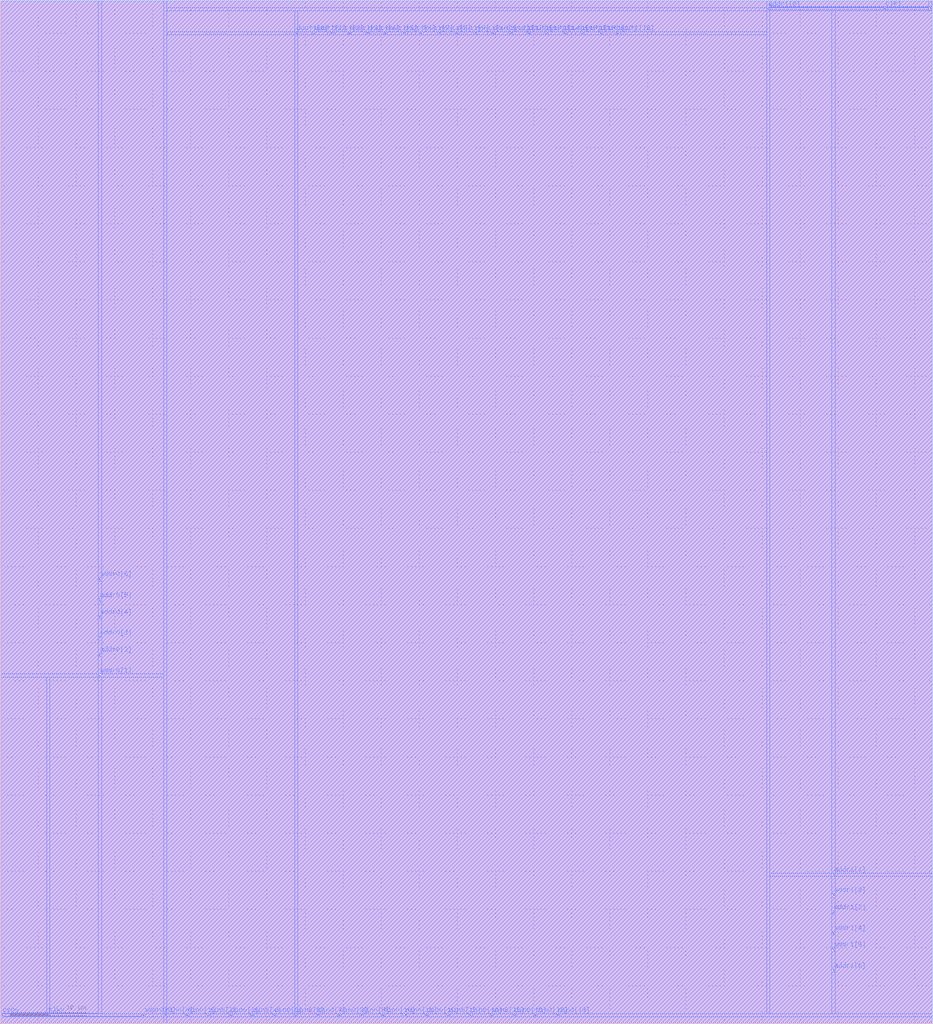
<source format=lef>
VERSION 5.4 ;
NAMESCASESENSITIVE ON ;
BUSBITCHARS "[]" ;
DIVIDERCHAR "/" ;
UNITS
  DATABASE MICRONS 2000 ;
END UNITS
MACRO sram_0rw1r1w_19_128_freepdk45
   CLASS BLOCK ;
   SIZE 122.45 BY 134.37 ;
   SYMMETRY X Y R90 ;
   PIN din0[0]
      DIRECTION INPUT ;
      PORT
         LAYER metal3 ;
         RECT  21.6 1.0375 21.735 1.1725 ;
      END
   END din0[0]
   PIN din0[1]
      DIRECTION INPUT ;
      PORT
         LAYER metal3 ;
         RECT  24.46 1.0375 24.595 1.1725 ;
      END
   END din0[1]
   PIN din0[2]
      DIRECTION INPUT ;
      PORT
         LAYER metal3 ;
         RECT  27.32 1.0375 27.455 1.1725 ;
      END
   END din0[2]
   PIN din0[3]
      DIRECTION INPUT ;
      PORT
         LAYER metal3 ;
         RECT  30.18 1.0375 30.315 1.1725 ;
      END
   END din0[3]
   PIN din0[4]
      DIRECTION INPUT ;
      PORT
         LAYER metal3 ;
         RECT  33.04 1.0375 33.175 1.1725 ;
      END
   END din0[4]
   PIN din0[5]
      DIRECTION INPUT ;
      PORT
         LAYER metal3 ;
         RECT  35.9 1.0375 36.035 1.1725 ;
      END
   END din0[5]
   PIN din0[6]
      DIRECTION INPUT ;
      PORT
         LAYER metal3 ;
         RECT  38.76 1.0375 38.895 1.1725 ;
      END
   END din0[6]
   PIN din0[7]
      DIRECTION INPUT ;
      PORT
         LAYER metal3 ;
         RECT  41.62 1.0375 41.755 1.1725 ;
      END
   END din0[7]
   PIN din0[8]
      DIRECTION INPUT ;
      PORT
         LAYER metal3 ;
         RECT  44.48 1.0375 44.615 1.1725 ;
      END
   END din0[8]
   PIN din0[9]
      DIRECTION INPUT ;
      PORT
         LAYER metal3 ;
         RECT  47.34 1.0375 47.475 1.1725 ;
      END
   END din0[9]
   PIN din0[10]
      DIRECTION INPUT ;
      PORT
         LAYER metal3 ;
         RECT  50.2 1.0375 50.335 1.1725 ;
      END
   END din0[10]
   PIN din0[11]
      DIRECTION INPUT ;
      PORT
         LAYER metal3 ;
         RECT  53.06 1.0375 53.195 1.1725 ;
      END
   END din0[11]
   PIN din0[12]
      DIRECTION INPUT ;
      PORT
         LAYER metal3 ;
         RECT  55.92 1.0375 56.055 1.1725 ;
      END
   END din0[12]
   PIN din0[13]
      DIRECTION INPUT ;
      PORT
         LAYER metal3 ;
         RECT  58.78 1.0375 58.915 1.1725 ;
      END
   END din0[13]
   PIN din0[14]
      DIRECTION INPUT ;
      PORT
         LAYER metal3 ;
         RECT  61.64 1.0375 61.775 1.1725 ;
      END
   END din0[14]
   PIN din0[15]
      DIRECTION INPUT ;
      PORT
         LAYER metal3 ;
         RECT  64.5 1.0375 64.635 1.1725 ;
      END
   END din0[15]
   PIN din0[16]
      DIRECTION INPUT ;
      PORT
         LAYER metal3 ;
         RECT  67.36 1.0375 67.495 1.1725 ;
      END
   END din0[16]
   PIN din0[17]
      DIRECTION INPUT ;
      PORT
         LAYER metal3 ;
         RECT  70.22 1.0375 70.355 1.1725 ;
      END
   END din0[17]
   PIN din0[18]
      DIRECTION INPUT ;
      PORT
         LAYER metal3 ;
         RECT  73.08 1.0375 73.215 1.1725 ;
      END
   END din0[18]
   PIN addr0[0]
      DIRECTION INPUT ;
      PORT
         LAYER metal3 ;
         RECT  18.74 1.0375 18.875 1.1725 ;
      END
   END addr0[0]
   PIN addr0[1]
      DIRECTION INPUT ;
      PORT
         LAYER metal3 ;
         RECT  13.02 45.6275 13.155 45.7625 ;
      END
   END addr0[1]
   PIN addr0[2]
      DIRECTION INPUT ;
      PORT
         LAYER metal3 ;
         RECT  13.02 48.3575 13.155 48.4925 ;
      END
   END addr0[2]
   PIN addr0[3]
      DIRECTION INPUT ;
      PORT
         LAYER metal3 ;
         RECT  13.02 50.5675 13.155 50.7025 ;
      END
   END addr0[3]
   PIN addr0[4]
      DIRECTION INPUT ;
      PORT
         LAYER metal3 ;
         RECT  13.02 53.2975 13.155 53.4325 ;
      END
   END addr0[4]
   PIN addr0[5]
      DIRECTION INPUT ;
      PORT
         LAYER metal3 ;
         RECT  13.02 55.5075 13.155 55.6425 ;
      END
   END addr0[5]
   PIN addr0[6]
      DIRECTION INPUT ;
      PORT
         LAYER metal3 ;
         RECT  13.02 58.2375 13.155 58.3725 ;
      END
   END addr0[6]
   PIN addr1[0]
      DIRECTION INPUT ;
      PORT
         LAYER metal3 ;
         RECT  100.715 133.0575 100.85 133.1925 ;
      END
   END addr1[0]
   PIN addr1[1]
      DIRECTION INPUT ;
      PORT
         LAYER metal3 ;
         RECT  109.295 19.4975 109.43 19.6325 ;
      END
   END addr1[1]
   PIN addr1[2]
      DIRECTION INPUT ;
      PORT
         LAYER metal3 ;
         RECT  109.295 16.7675 109.43 16.9025 ;
      END
   END addr1[2]
   PIN addr1[3]
      DIRECTION INPUT ;
      PORT
         LAYER metal3 ;
         RECT  109.295 14.5575 109.43 14.6925 ;
      END
   END addr1[3]
   PIN addr1[4]
      DIRECTION INPUT ;
      PORT
         LAYER metal3 ;
         RECT  109.295 11.8275 109.43 11.9625 ;
      END
   END addr1[4]
   PIN addr1[5]
      DIRECTION INPUT ;
      PORT
         LAYER metal3 ;
         RECT  109.295 9.6175 109.43 9.7525 ;
      END
   END addr1[5]
   PIN addr1[6]
      DIRECTION INPUT ;
      PORT
         LAYER metal3 ;
         RECT  109.295 6.8875 109.43 7.0225 ;
      END
   END addr1[6]
   PIN csb0
      DIRECTION INPUT ;
      PORT
         LAYER metal3 ;
         RECT  0.285 1.0375 0.42 1.1725 ;
      END
   END csb0
   PIN csb1
      DIRECTION INPUT ;
      PORT
         LAYER metal3 ;
         RECT  122.03 133.1975 122.165 133.3325 ;
      END
   END csb1
   PIN clk0
      DIRECTION INPUT ;
      PORT
         LAYER metal3 ;
         RECT  6.2475 1.1225 6.3825 1.2575 ;
      END
   END clk0
   PIN clk1
      DIRECTION INPUT ;
      PORT
         LAYER metal3 ;
         RECT  116.0675 133.1125 116.2025 133.2475 ;
      END
   END clk1
   PIN dout1[0]
      DIRECTION OUTPUT ;
      PORT
         LAYER metal3 ;
         RECT  38.765 129.95 38.9 130.085 ;
      END
   END dout1[0]
   PIN dout1[1]
      DIRECTION OUTPUT ;
      PORT
         LAYER metal3 ;
         RECT  41.115 129.95 41.25 130.085 ;
      END
   END dout1[1]
   PIN dout1[2]
      DIRECTION OUTPUT ;
      PORT
         LAYER metal3 ;
         RECT  43.465 129.95 43.6 130.085 ;
      END
   END dout1[2]
   PIN dout1[3]
      DIRECTION OUTPUT ;
      PORT
         LAYER metal3 ;
         RECT  45.815 129.95 45.95 130.085 ;
      END
   END dout1[3]
   PIN dout1[4]
      DIRECTION OUTPUT ;
      PORT
         LAYER metal3 ;
         RECT  48.165 129.95 48.3 130.085 ;
      END
   END dout1[4]
   PIN dout1[5]
      DIRECTION OUTPUT ;
      PORT
         LAYER metal3 ;
         RECT  50.515 129.95 50.65 130.085 ;
      END
   END dout1[5]
   PIN dout1[6]
      DIRECTION OUTPUT ;
      PORT
         LAYER metal3 ;
         RECT  52.865 129.95 53.0 130.085 ;
      END
   END dout1[6]
   PIN dout1[7]
      DIRECTION OUTPUT ;
      PORT
         LAYER metal3 ;
         RECT  55.215 129.95 55.35 130.085 ;
      END
   END dout1[7]
   PIN dout1[8]
      DIRECTION OUTPUT ;
      PORT
         LAYER metal3 ;
         RECT  57.565 129.95 57.7 130.085 ;
      END
   END dout1[8]
   PIN dout1[9]
      DIRECTION OUTPUT ;
      PORT
         LAYER metal3 ;
         RECT  59.915 129.95 60.05 130.085 ;
      END
   END dout1[9]
   PIN dout1[10]
      DIRECTION OUTPUT ;
      PORT
         LAYER metal3 ;
         RECT  62.265 129.95 62.4 130.085 ;
      END
   END dout1[10]
   PIN dout1[11]
      DIRECTION OUTPUT ;
      PORT
         LAYER metal3 ;
         RECT  64.615 129.95 64.75 130.085 ;
      END
   END dout1[11]
   PIN dout1[12]
      DIRECTION OUTPUT ;
      PORT
         LAYER metal3 ;
         RECT  66.965 129.95 67.1 130.085 ;
      END
   END dout1[12]
   PIN dout1[13]
      DIRECTION OUTPUT ;
      PORT
         LAYER metal3 ;
         RECT  69.315 129.95 69.45 130.085 ;
      END
   END dout1[13]
   PIN dout1[14]
      DIRECTION OUTPUT ;
      PORT
         LAYER metal3 ;
         RECT  71.665 129.95 71.8 130.085 ;
      END
   END dout1[14]
   PIN dout1[15]
      DIRECTION OUTPUT ;
      PORT
         LAYER metal3 ;
         RECT  74.015 129.95 74.15 130.085 ;
      END
   END dout1[15]
   PIN dout1[16]
      DIRECTION OUTPUT ;
      PORT
         LAYER metal3 ;
         RECT  76.365 129.95 76.5 130.085 ;
      END
   END dout1[16]
   PIN dout1[17]
      DIRECTION OUTPUT ;
      PORT
         LAYER metal3 ;
         RECT  78.715 129.95 78.85 130.085 ;
      END
   END dout1[17]
   PIN dout1[18]
      DIRECTION OUTPUT ;
      PORT
         LAYER metal3 ;
         RECT  81.065 129.95 81.2 130.085 ;
      END
   END dout1[18]
   PIN vdd
      DIRECTION INOUT ;
      USE POWER ; 
      SHAPE ABUTMENT ; 
      PORT
      END
   END vdd
   PIN gnd
      DIRECTION INOUT ;
      USE GROUND ; 
      SHAPE ABUTMENT ; 
      PORT
      END
   END gnd
   OBS
   LAYER  metal1 ;
      RECT  0.14 0.14 122.31 134.23 ;
   LAYER  metal2 ;
      RECT  0.14 0.14 122.31 134.23 ;
   LAYER  metal3 ;
      RECT  0.14 0.14 21.46 0.8975 ;
      RECT  21.46 0.14 21.875 0.8975 ;
      RECT  21.46 1.3125 21.875 134.23 ;
      RECT  21.875 0.14 122.31 0.8975 ;
      RECT  21.875 0.8975 24.32 1.3125 ;
      RECT  24.735 0.8975 27.18 1.3125 ;
      RECT  27.595 0.8975 30.04 1.3125 ;
      RECT  30.455 0.8975 32.9 1.3125 ;
      RECT  33.315 0.8975 35.76 1.3125 ;
      RECT  36.175 0.8975 38.62 1.3125 ;
      RECT  39.035 0.8975 41.48 1.3125 ;
      RECT  41.895 0.8975 44.34 1.3125 ;
      RECT  44.755 0.8975 47.2 1.3125 ;
      RECT  47.615 0.8975 50.06 1.3125 ;
      RECT  50.475 0.8975 52.92 1.3125 ;
      RECT  53.335 0.8975 55.78 1.3125 ;
      RECT  56.195 0.8975 58.64 1.3125 ;
      RECT  59.055 0.8975 61.5 1.3125 ;
      RECT  61.915 0.8975 64.36 1.3125 ;
      RECT  64.775 0.8975 67.22 1.3125 ;
      RECT  67.635 0.8975 70.08 1.3125 ;
      RECT  70.495 0.8975 72.94 1.3125 ;
      RECT  73.355 0.8975 122.31 1.3125 ;
      RECT  19.015 0.8975 21.46 1.3125 ;
      RECT  0.14 45.4875 12.88 45.9025 ;
      RECT  0.14 45.9025 12.88 134.23 ;
      RECT  12.88 1.3125 13.295 45.4875 ;
      RECT  13.295 1.3125 21.46 45.4875 ;
      RECT  13.295 45.4875 21.46 45.9025 ;
      RECT  13.295 45.9025 21.46 134.23 ;
      RECT  12.88 45.9025 13.295 48.2175 ;
      RECT  12.88 48.6325 13.295 50.4275 ;
      RECT  12.88 50.8425 13.295 53.1575 ;
      RECT  12.88 53.5725 13.295 55.3675 ;
      RECT  12.88 55.7825 13.295 58.0975 ;
      RECT  12.88 58.5125 13.295 134.23 ;
      RECT  21.875 132.9175 100.575 133.3325 ;
      RECT  21.875 133.3325 100.575 134.23 ;
      RECT  100.575 1.3125 100.99 132.9175 ;
      RECT  100.575 133.3325 100.99 134.23 ;
      RECT  100.99 1.3125 109.155 19.3575 ;
      RECT  100.99 19.3575 109.155 19.7725 ;
      RECT  100.99 19.7725 109.155 132.9175 ;
      RECT  109.155 19.7725 109.57 132.9175 ;
      RECT  109.57 1.3125 122.31 19.3575 ;
      RECT  109.57 19.3575 122.31 19.7725 ;
      RECT  109.57 19.7725 122.31 132.9175 ;
      RECT  109.155 17.0425 109.57 19.3575 ;
      RECT  109.155 14.8325 109.57 16.6275 ;
      RECT  109.155 12.1025 109.57 14.4175 ;
      RECT  109.155 9.8925 109.57 11.6875 ;
      RECT  109.155 1.3125 109.57 6.7475 ;
      RECT  109.155 7.1625 109.57 9.4775 ;
      RECT  0.14 0.8975 0.145 1.3125 ;
      RECT  121.89 132.9175 122.305 133.0575 ;
      RECT  122.305 132.9175 122.31 133.0575 ;
      RECT  122.305 133.0575 122.31 133.3325 ;
      RECT  100.99 133.4725 121.89 134.23 ;
      RECT  121.89 133.4725 122.305 134.23 ;
      RECT  122.305 133.3325 122.31 133.4725 ;
      RECT  122.305 133.4725 122.31 134.23 ;
      RECT  0.14 1.3125 6.1075 1.3975 ;
      RECT  0.14 1.3975 6.1075 45.4875 ;
      RECT  6.1075 1.3975 6.5225 45.4875 ;
      RECT  6.5225 1.3125 12.88 1.3975 ;
      RECT  6.5225 1.3975 12.88 45.4875 ;
      RECT  0.56 0.8975 6.1075 0.9825 ;
      RECT  0.56 0.9825 6.1075 1.3125 ;
      RECT  6.1075 0.8975 6.5225 0.9825 ;
      RECT  6.5225 0.8975 18.6 0.9825 ;
      RECT  6.5225 0.9825 18.6 1.3125 ;
      RECT  100.99 132.9175 115.9275 132.9725 ;
      RECT  100.99 132.9725 115.9275 133.0575 ;
      RECT  115.9275 132.9175 116.3425 132.9725 ;
      RECT  116.3425 132.9175 121.89 132.9725 ;
      RECT  116.3425 132.9725 121.89 133.0575 ;
      RECT  100.99 133.0575 115.9275 133.3325 ;
      RECT  116.3425 133.0575 121.89 133.3325 ;
      RECT  100.99 133.3325 115.9275 133.3875 ;
      RECT  100.99 133.3875 115.9275 133.4725 ;
      RECT  115.9275 133.3875 116.3425 133.4725 ;
      RECT  116.3425 133.3325 121.89 133.3875 ;
      RECT  116.3425 133.3875 121.89 133.4725 ;
      RECT  21.875 1.3125 38.625 129.81 ;
      RECT  21.875 129.81 38.625 130.225 ;
      RECT  21.875 130.225 38.625 132.9175 ;
      RECT  38.625 1.3125 39.04 129.81 ;
      RECT  38.625 130.225 39.04 132.9175 ;
      RECT  39.04 1.3125 100.575 129.81 ;
      RECT  39.04 130.225 100.575 132.9175 ;
      RECT  39.04 129.81 40.975 130.225 ;
      RECT  41.39 129.81 43.325 130.225 ;
      RECT  43.74 129.81 45.675 130.225 ;
      RECT  46.09 129.81 48.025 130.225 ;
      RECT  48.44 129.81 50.375 130.225 ;
      RECT  50.79 129.81 52.725 130.225 ;
      RECT  53.14 129.81 55.075 130.225 ;
      RECT  55.49 129.81 57.425 130.225 ;
      RECT  57.84 129.81 59.775 130.225 ;
      RECT  60.19 129.81 62.125 130.225 ;
      RECT  62.54 129.81 64.475 130.225 ;
      RECT  64.89 129.81 66.825 130.225 ;
      RECT  67.24 129.81 69.175 130.225 ;
      RECT  69.59 129.81 71.525 130.225 ;
      RECT  71.94 129.81 73.875 130.225 ;
      RECT  74.29 129.81 76.225 130.225 ;
      RECT  76.64 129.81 78.575 130.225 ;
      RECT  78.99 129.81 80.925 130.225 ;
      RECT  81.34 129.81 100.575 130.225 ;
   LAYER  metal4 ;
      RECT  0.14 0.14 122.31 134.23 ;
   END
END    sram_0rw1r1w_19_128_freepdk45
END    LIBRARY

</source>
